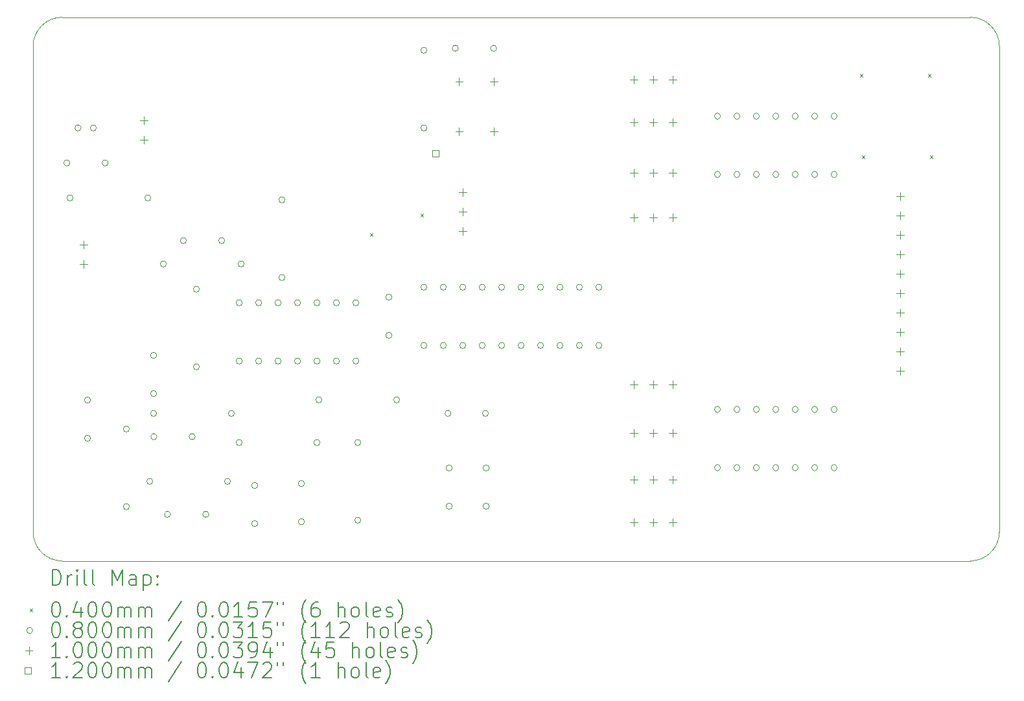
<source format=gbr>
%FSLAX45Y45*%
G04 Gerber Fmt 4.5, Leading zero omitted, Abs format (unit mm)*
G04 Created by KiCad (PCBNEW (6.0.0)) date 2022-01-24 17:50:58*
%MOMM*%
%LPD*%
G01*
G04 APERTURE LIST*
%TA.AperFunction,Profile*%
%ADD10C,0.100000*%
%TD*%
%ADD11C,0.200000*%
%ADD12C,0.040000*%
%ADD13C,0.080000*%
%ADD14C,0.100000*%
%ADD15C,0.120000*%
G04 APERTURE END LIST*
D10*
X11125200Y-12446000D02*
G75*
G03*
X11506200Y-12827000I381000J0D01*
G01*
X23749000Y-12446000D02*
X23749000Y-6096000D01*
X11506200Y-5715000D02*
X23368000Y-5715000D01*
X11506200Y-5715000D02*
G75*
G03*
X11125200Y-6096000I0J-381000D01*
G01*
X23368000Y-12827000D02*
G75*
G03*
X23749000Y-12446000I0J381000D01*
G01*
X11125200Y-6096000D02*
X11125200Y-12446000D01*
X11506200Y-12827000D02*
X23368000Y-12827000D01*
X23749000Y-6096000D02*
G75*
G03*
X23368000Y-5715000I-381000J0D01*
G01*
D11*
D12*
X15524800Y-8539800D02*
X15564800Y-8579800D01*
X15564800Y-8539800D02*
X15524800Y-8579800D01*
X16185200Y-8285800D02*
X16225200Y-8325800D01*
X16225200Y-8285800D02*
X16185200Y-8325800D01*
X21925600Y-6457000D02*
X21965600Y-6497000D01*
X21965600Y-6457000D02*
X21925600Y-6497000D01*
X21951000Y-7523800D02*
X21991000Y-7563800D01*
X21991000Y-7523800D02*
X21951000Y-7563800D01*
X22814600Y-6457000D02*
X22854600Y-6497000D01*
X22854600Y-6457000D02*
X22814600Y-6497000D01*
X22840000Y-7523800D02*
X22880000Y-7563800D01*
X22880000Y-7523800D02*
X22840000Y-7563800D01*
D13*
X11606589Y-7620000D02*
G75*
G03*
X11606589Y-7620000I-40000J0D01*
G01*
X11647300Y-8077200D02*
G75*
G03*
X11647300Y-8077200I-40000J0D01*
G01*
X11752100Y-7162800D02*
G75*
G03*
X11752100Y-7162800I-40000J0D01*
G01*
X11875900Y-10722800D02*
G75*
G03*
X11875900Y-10722800I-40000J0D01*
G01*
X11875900Y-11222800D02*
G75*
G03*
X11875900Y-11222800I-40000J0D01*
G01*
X11952100Y-7162800D02*
G75*
G03*
X11952100Y-7162800I-40000J0D01*
G01*
X12106589Y-7620000D02*
G75*
G03*
X12106589Y-7620000I-40000J0D01*
G01*
X12383900Y-11099800D02*
G75*
G03*
X12383900Y-11099800I-40000J0D01*
G01*
X12383900Y-12115800D02*
G75*
G03*
X12383900Y-12115800I-40000J0D01*
G01*
X12663300Y-8077200D02*
G75*
G03*
X12663300Y-8077200I-40000J0D01*
G01*
X12688700Y-11785600D02*
G75*
G03*
X12688700Y-11785600I-40000J0D01*
G01*
X12739500Y-10138600D02*
G75*
G03*
X12739500Y-10138600I-40000J0D01*
G01*
X12739500Y-10638600D02*
G75*
G03*
X12739500Y-10638600I-40000J0D01*
G01*
X12739500Y-10896600D02*
G75*
G03*
X12739500Y-10896600I-40000J0D01*
G01*
X12743500Y-11201400D02*
G75*
G03*
X12743500Y-11201400I-40000J0D01*
G01*
X12866500Y-8940800D02*
G75*
G03*
X12866500Y-8940800I-40000J0D01*
G01*
X12921300Y-12217400D02*
G75*
G03*
X12921300Y-12217400I-40000J0D01*
G01*
X13128500Y-8636000D02*
G75*
G03*
X13128500Y-8636000I-40000J0D01*
G01*
X13243500Y-11201400D02*
G75*
G03*
X13243500Y-11201400I-40000J0D01*
G01*
X13298300Y-9271000D02*
G75*
G03*
X13298300Y-9271000I-40000J0D01*
G01*
X13298300Y-10287000D02*
G75*
G03*
X13298300Y-10287000I-40000J0D01*
G01*
X13421300Y-12217400D02*
G75*
G03*
X13421300Y-12217400I-40000J0D01*
G01*
X13628500Y-8636000D02*
G75*
G03*
X13628500Y-8636000I-40000J0D01*
G01*
X13704700Y-11785600D02*
G75*
G03*
X13704700Y-11785600I-40000J0D01*
G01*
X13755500Y-10896600D02*
G75*
G03*
X13755500Y-10896600I-40000J0D01*
G01*
X13857100Y-11277600D02*
G75*
G03*
X13857100Y-11277600I-40000J0D01*
G01*
X13857600Y-9449800D02*
G75*
G03*
X13857600Y-9449800I-40000J0D01*
G01*
X13857600Y-10211800D02*
G75*
G03*
X13857600Y-10211800I-40000J0D01*
G01*
X13882500Y-8940800D02*
G75*
G03*
X13882500Y-8940800I-40000J0D01*
G01*
X14060300Y-11840400D02*
G75*
G03*
X14060300Y-11840400I-40000J0D01*
G01*
X14060300Y-12340400D02*
G75*
G03*
X14060300Y-12340400I-40000J0D01*
G01*
X14111600Y-9449800D02*
G75*
G03*
X14111600Y-9449800I-40000J0D01*
G01*
X14111600Y-10211800D02*
G75*
G03*
X14111600Y-10211800I-40000J0D01*
G01*
X14365600Y-9449800D02*
G75*
G03*
X14365600Y-9449800I-40000J0D01*
G01*
X14365600Y-10211800D02*
G75*
G03*
X14365600Y-10211800I-40000J0D01*
G01*
X14415900Y-8102600D02*
G75*
G03*
X14415900Y-8102600I-40000J0D01*
G01*
X14415900Y-9118600D02*
G75*
G03*
X14415900Y-9118600I-40000J0D01*
G01*
X14619600Y-9449800D02*
G75*
G03*
X14619600Y-9449800I-40000J0D01*
G01*
X14619600Y-10211800D02*
G75*
G03*
X14619600Y-10211800I-40000J0D01*
G01*
X14669900Y-11815000D02*
G75*
G03*
X14669900Y-11815000I-40000J0D01*
G01*
X14669900Y-12315000D02*
G75*
G03*
X14669900Y-12315000I-40000J0D01*
G01*
X14873100Y-11277600D02*
G75*
G03*
X14873100Y-11277600I-40000J0D01*
G01*
X14873600Y-9449800D02*
G75*
G03*
X14873600Y-9449800I-40000J0D01*
G01*
X14873600Y-10211800D02*
G75*
G03*
X14873600Y-10211800I-40000J0D01*
G01*
X14898500Y-10718800D02*
G75*
G03*
X14898500Y-10718800I-40000J0D01*
G01*
X15127600Y-9449800D02*
G75*
G03*
X15127600Y-9449800I-40000J0D01*
G01*
X15127600Y-10211800D02*
G75*
G03*
X15127600Y-10211800I-40000J0D01*
G01*
X15381600Y-9449800D02*
G75*
G03*
X15381600Y-9449800I-40000J0D01*
G01*
X15381600Y-10211800D02*
G75*
G03*
X15381600Y-10211800I-40000J0D01*
G01*
X15406500Y-11277600D02*
G75*
G03*
X15406500Y-11277600I-40000J0D01*
G01*
X15406500Y-12293600D02*
G75*
G03*
X15406500Y-12293600I-40000J0D01*
G01*
X15813400Y-9376600D02*
G75*
G03*
X15813400Y-9376600I-40000J0D01*
G01*
X15813400Y-9876600D02*
G75*
G03*
X15813400Y-9876600I-40000J0D01*
G01*
X15914500Y-10718800D02*
G75*
G03*
X15914500Y-10718800I-40000J0D01*
G01*
X16270600Y-6146800D02*
G75*
G03*
X16270600Y-6146800I-40000J0D01*
G01*
X16270600Y-7162800D02*
G75*
G03*
X16270600Y-7162800I-40000J0D01*
G01*
X16270600Y-9245600D02*
G75*
G03*
X16270600Y-9245600I-40000J0D01*
G01*
X16270600Y-10007600D02*
G75*
G03*
X16270600Y-10007600I-40000J0D01*
G01*
X16524600Y-9245600D02*
G75*
G03*
X16524600Y-9245600I-40000J0D01*
G01*
X16524600Y-10007600D02*
G75*
G03*
X16524600Y-10007600I-40000J0D01*
G01*
X16586400Y-10896600D02*
G75*
G03*
X16586400Y-10896600I-40000J0D01*
G01*
X16600800Y-11611800D02*
G75*
G03*
X16600800Y-11611800I-40000J0D01*
G01*
X16600800Y-12111800D02*
G75*
G03*
X16600800Y-12111800I-40000J0D01*
G01*
X16681000Y-6121400D02*
G75*
G03*
X16681000Y-6121400I-40000J0D01*
G01*
X16778600Y-9245600D02*
G75*
G03*
X16778600Y-9245600I-40000J0D01*
G01*
X16778600Y-10007600D02*
G75*
G03*
X16778600Y-10007600I-40000J0D01*
G01*
X17032600Y-9245600D02*
G75*
G03*
X17032600Y-9245600I-40000J0D01*
G01*
X17032600Y-10007600D02*
G75*
G03*
X17032600Y-10007600I-40000J0D01*
G01*
X17074400Y-10896600D02*
G75*
G03*
X17074400Y-10896600I-40000J0D01*
G01*
X17083400Y-11611800D02*
G75*
G03*
X17083400Y-11611800I-40000J0D01*
G01*
X17083400Y-12111800D02*
G75*
G03*
X17083400Y-12111800I-40000J0D01*
G01*
X17181000Y-6121400D02*
G75*
G03*
X17181000Y-6121400I-40000J0D01*
G01*
X17286600Y-9245600D02*
G75*
G03*
X17286600Y-9245600I-40000J0D01*
G01*
X17286600Y-10007600D02*
G75*
G03*
X17286600Y-10007600I-40000J0D01*
G01*
X17540600Y-9245600D02*
G75*
G03*
X17540600Y-9245600I-40000J0D01*
G01*
X17540600Y-10007600D02*
G75*
G03*
X17540600Y-10007600I-40000J0D01*
G01*
X17794600Y-9245600D02*
G75*
G03*
X17794600Y-9245600I-40000J0D01*
G01*
X17794600Y-10007600D02*
G75*
G03*
X17794600Y-10007600I-40000J0D01*
G01*
X18048600Y-9245600D02*
G75*
G03*
X18048600Y-9245600I-40000J0D01*
G01*
X18048600Y-10007600D02*
G75*
G03*
X18048600Y-10007600I-40000J0D01*
G01*
X18302600Y-9245600D02*
G75*
G03*
X18302600Y-9245600I-40000J0D01*
G01*
X18302600Y-10007600D02*
G75*
G03*
X18302600Y-10007600I-40000J0D01*
G01*
X18556600Y-9245600D02*
G75*
G03*
X18556600Y-9245600I-40000J0D01*
G01*
X18556600Y-10007600D02*
G75*
G03*
X18556600Y-10007600I-40000J0D01*
G01*
X20105500Y-7009400D02*
G75*
G03*
X20105500Y-7009400I-40000J0D01*
G01*
X20105500Y-7771400D02*
G75*
G03*
X20105500Y-7771400I-40000J0D01*
G01*
X20105500Y-10844800D02*
G75*
G03*
X20105500Y-10844800I-40000J0D01*
G01*
X20105500Y-11606800D02*
G75*
G03*
X20105500Y-11606800I-40000J0D01*
G01*
X20359500Y-7009400D02*
G75*
G03*
X20359500Y-7009400I-40000J0D01*
G01*
X20359500Y-7771400D02*
G75*
G03*
X20359500Y-7771400I-40000J0D01*
G01*
X20359500Y-10844800D02*
G75*
G03*
X20359500Y-10844800I-40000J0D01*
G01*
X20359500Y-11606800D02*
G75*
G03*
X20359500Y-11606800I-40000J0D01*
G01*
X20613500Y-7009400D02*
G75*
G03*
X20613500Y-7009400I-40000J0D01*
G01*
X20613500Y-7771400D02*
G75*
G03*
X20613500Y-7771400I-40000J0D01*
G01*
X20613500Y-10844800D02*
G75*
G03*
X20613500Y-10844800I-40000J0D01*
G01*
X20613500Y-11606800D02*
G75*
G03*
X20613500Y-11606800I-40000J0D01*
G01*
X20867500Y-7009400D02*
G75*
G03*
X20867500Y-7009400I-40000J0D01*
G01*
X20867500Y-7771400D02*
G75*
G03*
X20867500Y-7771400I-40000J0D01*
G01*
X20867500Y-10844800D02*
G75*
G03*
X20867500Y-10844800I-40000J0D01*
G01*
X20867500Y-11606800D02*
G75*
G03*
X20867500Y-11606800I-40000J0D01*
G01*
X21121500Y-7009400D02*
G75*
G03*
X21121500Y-7009400I-40000J0D01*
G01*
X21121500Y-7771400D02*
G75*
G03*
X21121500Y-7771400I-40000J0D01*
G01*
X21121500Y-10844800D02*
G75*
G03*
X21121500Y-10844800I-40000J0D01*
G01*
X21121500Y-11606800D02*
G75*
G03*
X21121500Y-11606800I-40000J0D01*
G01*
X21375500Y-7009400D02*
G75*
G03*
X21375500Y-7009400I-40000J0D01*
G01*
X21375500Y-7771400D02*
G75*
G03*
X21375500Y-7771400I-40000J0D01*
G01*
X21375500Y-10844800D02*
G75*
G03*
X21375500Y-10844800I-40000J0D01*
G01*
X21375500Y-11606800D02*
G75*
G03*
X21375500Y-11606800I-40000J0D01*
G01*
X21629500Y-7009400D02*
G75*
G03*
X21629500Y-7009400I-40000J0D01*
G01*
X21629500Y-7771400D02*
G75*
G03*
X21629500Y-7771400I-40000J0D01*
G01*
X21629500Y-10844800D02*
G75*
G03*
X21629500Y-10844800I-40000J0D01*
G01*
X21629500Y-11606800D02*
G75*
G03*
X21629500Y-11606800I-40000J0D01*
G01*
D14*
X11785100Y-8637300D02*
X11785100Y-8737300D01*
X11735100Y-8687300D02*
X11835100Y-8687300D01*
X11785100Y-8891300D02*
X11785100Y-8991300D01*
X11735100Y-8941300D02*
X11835100Y-8941300D01*
X12572500Y-7011700D02*
X12572500Y-7111700D01*
X12522500Y-7061700D02*
X12622500Y-7061700D01*
X12572500Y-7265700D02*
X12572500Y-7365700D01*
X12522500Y-7315700D02*
X12622500Y-7315700D01*
X16691400Y-6508400D02*
X16691400Y-6608400D01*
X16641400Y-6558400D02*
X16741400Y-6558400D01*
X16691400Y-7158400D02*
X16691400Y-7258400D01*
X16641400Y-7208400D02*
X16741400Y-7208400D01*
X16738600Y-7951000D02*
X16738600Y-8051000D01*
X16688600Y-8001000D02*
X16788600Y-8001000D01*
X16738600Y-8205000D02*
X16738600Y-8305000D01*
X16688600Y-8255000D02*
X16788600Y-8255000D01*
X16738600Y-8459000D02*
X16738600Y-8559000D01*
X16688600Y-8509000D02*
X16788600Y-8509000D01*
X17141400Y-6508400D02*
X17141400Y-6608400D01*
X17091400Y-6558400D02*
X17191400Y-6558400D01*
X17141400Y-7158400D02*
X17141400Y-7258400D01*
X17091400Y-7208400D02*
X17191400Y-7208400D01*
X18973800Y-10465600D02*
X18973800Y-10565600D01*
X18923800Y-10515600D02*
X19023800Y-10515600D01*
X18975300Y-6477800D02*
X18975300Y-6577800D01*
X18925300Y-6527800D02*
X19025300Y-6527800D01*
X18975300Y-7036600D02*
X18975300Y-7136600D01*
X18925300Y-7086600D02*
X19025300Y-7086600D01*
X18975300Y-7697000D02*
X18975300Y-7797000D01*
X18925300Y-7747000D02*
X19025300Y-7747000D01*
X18975300Y-8281200D02*
X18975300Y-8381200D01*
X18925300Y-8331200D02*
X19025300Y-8331200D01*
X18975300Y-11100600D02*
X18975300Y-11200600D01*
X18925300Y-11150600D02*
X19025300Y-11150600D01*
X18976800Y-11710200D02*
X18976800Y-11810200D01*
X18926800Y-11760200D02*
X19026800Y-11760200D01*
X18976800Y-12269000D02*
X18976800Y-12369000D01*
X18926800Y-12319000D02*
X19026800Y-12319000D01*
X19227800Y-10465600D02*
X19227800Y-10565600D01*
X19177800Y-10515600D02*
X19277800Y-10515600D01*
X19229300Y-6477800D02*
X19229300Y-6577800D01*
X19179300Y-6527800D02*
X19279300Y-6527800D01*
X19229300Y-7036600D02*
X19229300Y-7136600D01*
X19179300Y-7086600D02*
X19279300Y-7086600D01*
X19229300Y-7697000D02*
X19229300Y-7797000D01*
X19179300Y-7747000D02*
X19279300Y-7747000D01*
X19229300Y-8281200D02*
X19229300Y-8381200D01*
X19179300Y-8331200D02*
X19279300Y-8331200D01*
X19229300Y-11100600D02*
X19229300Y-11200600D01*
X19179300Y-11150600D02*
X19279300Y-11150600D01*
X19230800Y-11710200D02*
X19230800Y-11810200D01*
X19180800Y-11760200D02*
X19280800Y-11760200D01*
X19230800Y-12269000D02*
X19230800Y-12369000D01*
X19180800Y-12319000D02*
X19280800Y-12319000D01*
X19481800Y-10465600D02*
X19481800Y-10565600D01*
X19431800Y-10515600D02*
X19531800Y-10515600D01*
X19483300Y-6477800D02*
X19483300Y-6577800D01*
X19433300Y-6527800D02*
X19533300Y-6527800D01*
X19483300Y-7036600D02*
X19483300Y-7136600D01*
X19433300Y-7086600D02*
X19533300Y-7086600D01*
X19483300Y-7697000D02*
X19483300Y-7797000D01*
X19433300Y-7747000D02*
X19533300Y-7747000D01*
X19483300Y-8281200D02*
X19483300Y-8381200D01*
X19433300Y-8331200D02*
X19533300Y-8331200D01*
X19483300Y-11100600D02*
X19483300Y-11200600D01*
X19433300Y-11150600D02*
X19533300Y-11150600D01*
X19484800Y-11710200D02*
X19484800Y-11810200D01*
X19434800Y-11760200D02*
X19534800Y-11760200D01*
X19484800Y-12269000D02*
X19484800Y-12369000D01*
X19434800Y-12319000D02*
X19534800Y-12319000D01*
X22453600Y-8001800D02*
X22453600Y-8101800D01*
X22403600Y-8051800D02*
X22503600Y-8051800D01*
X22453600Y-8255800D02*
X22453600Y-8355800D01*
X22403600Y-8305800D02*
X22503600Y-8305800D01*
X22453600Y-8509800D02*
X22453600Y-8609800D01*
X22403600Y-8559800D02*
X22503600Y-8559800D01*
X22453600Y-8763800D02*
X22453600Y-8863800D01*
X22403600Y-8813800D02*
X22503600Y-8813800D01*
X22453600Y-9017800D02*
X22453600Y-9117800D01*
X22403600Y-9067800D02*
X22503600Y-9067800D01*
X22453600Y-9271800D02*
X22453600Y-9371800D01*
X22403600Y-9321800D02*
X22503600Y-9321800D01*
X22453600Y-9525800D02*
X22453600Y-9625800D01*
X22403600Y-9575800D02*
X22503600Y-9575800D01*
X22453600Y-9779800D02*
X22453600Y-9879800D01*
X22403600Y-9829800D02*
X22503600Y-9829800D01*
X22453600Y-10033800D02*
X22453600Y-10133800D01*
X22403600Y-10083800D02*
X22503600Y-10083800D01*
X22453600Y-10287800D02*
X22453600Y-10387800D01*
X22403600Y-10337800D02*
X22503600Y-10337800D01*
D15*
X16425427Y-7535427D02*
X16425427Y-7450573D01*
X16340573Y-7450573D01*
X16340573Y-7535427D01*
X16425427Y-7535427D01*
D11*
X11377819Y-13142476D02*
X11377819Y-12942476D01*
X11425438Y-12942476D01*
X11454009Y-12952000D01*
X11473057Y-12971048D01*
X11482581Y-12990095D01*
X11492105Y-13028190D01*
X11492105Y-13056762D01*
X11482581Y-13094857D01*
X11473057Y-13113905D01*
X11454009Y-13132952D01*
X11425438Y-13142476D01*
X11377819Y-13142476D01*
X11577819Y-13142476D02*
X11577819Y-13009143D01*
X11577819Y-13047238D02*
X11587343Y-13028190D01*
X11596867Y-13018667D01*
X11615914Y-13009143D01*
X11634962Y-13009143D01*
X11701628Y-13142476D02*
X11701628Y-13009143D01*
X11701628Y-12942476D02*
X11692105Y-12952000D01*
X11701628Y-12961524D01*
X11711152Y-12952000D01*
X11701628Y-12942476D01*
X11701628Y-12961524D01*
X11825438Y-13142476D02*
X11806390Y-13132952D01*
X11796867Y-13113905D01*
X11796867Y-12942476D01*
X11930200Y-13142476D02*
X11911152Y-13132952D01*
X11901628Y-13113905D01*
X11901628Y-12942476D01*
X12158771Y-13142476D02*
X12158771Y-12942476D01*
X12225438Y-13085333D01*
X12292105Y-12942476D01*
X12292105Y-13142476D01*
X12473057Y-13142476D02*
X12473057Y-13037714D01*
X12463533Y-13018667D01*
X12444486Y-13009143D01*
X12406390Y-13009143D01*
X12387343Y-13018667D01*
X12473057Y-13132952D02*
X12454009Y-13142476D01*
X12406390Y-13142476D01*
X12387343Y-13132952D01*
X12377819Y-13113905D01*
X12377819Y-13094857D01*
X12387343Y-13075809D01*
X12406390Y-13066286D01*
X12454009Y-13066286D01*
X12473057Y-13056762D01*
X12568295Y-13009143D02*
X12568295Y-13209143D01*
X12568295Y-13018667D02*
X12587343Y-13009143D01*
X12625438Y-13009143D01*
X12644486Y-13018667D01*
X12654009Y-13028190D01*
X12663533Y-13047238D01*
X12663533Y-13104381D01*
X12654009Y-13123428D01*
X12644486Y-13132952D01*
X12625438Y-13142476D01*
X12587343Y-13142476D01*
X12568295Y-13132952D01*
X12749248Y-13123428D02*
X12758771Y-13132952D01*
X12749248Y-13142476D01*
X12739724Y-13132952D01*
X12749248Y-13123428D01*
X12749248Y-13142476D01*
X12749248Y-13018667D02*
X12758771Y-13028190D01*
X12749248Y-13037714D01*
X12739724Y-13028190D01*
X12749248Y-13018667D01*
X12749248Y-13037714D01*
D12*
X11080200Y-13452000D02*
X11120200Y-13492000D01*
X11120200Y-13452000D02*
X11080200Y-13492000D01*
D11*
X11415914Y-13362476D02*
X11434962Y-13362476D01*
X11454009Y-13372000D01*
X11463533Y-13381524D01*
X11473057Y-13400571D01*
X11482581Y-13438667D01*
X11482581Y-13486286D01*
X11473057Y-13524381D01*
X11463533Y-13543428D01*
X11454009Y-13552952D01*
X11434962Y-13562476D01*
X11415914Y-13562476D01*
X11396867Y-13552952D01*
X11387343Y-13543428D01*
X11377819Y-13524381D01*
X11368295Y-13486286D01*
X11368295Y-13438667D01*
X11377819Y-13400571D01*
X11387343Y-13381524D01*
X11396867Y-13372000D01*
X11415914Y-13362476D01*
X11568295Y-13543428D02*
X11577819Y-13552952D01*
X11568295Y-13562476D01*
X11558771Y-13552952D01*
X11568295Y-13543428D01*
X11568295Y-13562476D01*
X11749248Y-13429143D02*
X11749248Y-13562476D01*
X11701628Y-13352952D02*
X11654009Y-13495809D01*
X11777819Y-13495809D01*
X11892105Y-13362476D02*
X11911152Y-13362476D01*
X11930200Y-13372000D01*
X11939724Y-13381524D01*
X11949248Y-13400571D01*
X11958771Y-13438667D01*
X11958771Y-13486286D01*
X11949248Y-13524381D01*
X11939724Y-13543428D01*
X11930200Y-13552952D01*
X11911152Y-13562476D01*
X11892105Y-13562476D01*
X11873057Y-13552952D01*
X11863533Y-13543428D01*
X11854009Y-13524381D01*
X11844486Y-13486286D01*
X11844486Y-13438667D01*
X11854009Y-13400571D01*
X11863533Y-13381524D01*
X11873057Y-13372000D01*
X11892105Y-13362476D01*
X12082581Y-13362476D02*
X12101628Y-13362476D01*
X12120676Y-13372000D01*
X12130200Y-13381524D01*
X12139724Y-13400571D01*
X12149248Y-13438667D01*
X12149248Y-13486286D01*
X12139724Y-13524381D01*
X12130200Y-13543428D01*
X12120676Y-13552952D01*
X12101628Y-13562476D01*
X12082581Y-13562476D01*
X12063533Y-13552952D01*
X12054009Y-13543428D01*
X12044486Y-13524381D01*
X12034962Y-13486286D01*
X12034962Y-13438667D01*
X12044486Y-13400571D01*
X12054009Y-13381524D01*
X12063533Y-13372000D01*
X12082581Y-13362476D01*
X12234962Y-13562476D02*
X12234962Y-13429143D01*
X12234962Y-13448190D02*
X12244486Y-13438667D01*
X12263533Y-13429143D01*
X12292105Y-13429143D01*
X12311152Y-13438667D01*
X12320676Y-13457714D01*
X12320676Y-13562476D01*
X12320676Y-13457714D02*
X12330200Y-13438667D01*
X12349248Y-13429143D01*
X12377819Y-13429143D01*
X12396867Y-13438667D01*
X12406390Y-13457714D01*
X12406390Y-13562476D01*
X12501628Y-13562476D02*
X12501628Y-13429143D01*
X12501628Y-13448190D02*
X12511152Y-13438667D01*
X12530200Y-13429143D01*
X12558771Y-13429143D01*
X12577819Y-13438667D01*
X12587343Y-13457714D01*
X12587343Y-13562476D01*
X12587343Y-13457714D02*
X12596867Y-13438667D01*
X12615914Y-13429143D01*
X12644486Y-13429143D01*
X12663533Y-13438667D01*
X12673057Y-13457714D01*
X12673057Y-13562476D01*
X13063533Y-13352952D02*
X12892105Y-13610095D01*
X13320676Y-13362476D02*
X13339724Y-13362476D01*
X13358771Y-13372000D01*
X13368295Y-13381524D01*
X13377819Y-13400571D01*
X13387343Y-13438667D01*
X13387343Y-13486286D01*
X13377819Y-13524381D01*
X13368295Y-13543428D01*
X13358771Y-13552952D01*
X13339724Y-13562476D01*
X13320676Y-13562476D01*
X13301628Y-13552952D01*
X13292105Y-13543428D01*
X13282581Y-13524381D01*
X13273057Y-13486286D01*
X13273057Y-13438667D01*
X13282581Y-13400571D01*
X13292105Y-13381524D01*
X13301628Y-13372000D01*
X13320676Y-13362476D01*
X13473057Y-13543428D02*
X13482581Y-13552952D01*
X13473057Y-13562476D01*
X13463533Y-13552952D01*
X13473057Y-13543428D01*
X13473057Y-13562476D01*
X13606390Y-13362476D02*
X13625438Y-13362476D01*
X13644486Y-13372000D01*
X13654009Y-13381524D01*
X13663533Y-13400571D01*
X13673057Y-13438667D01*
X13673057Y-13486286D01*
X13663533Y-13524381D01*
X13654009Y-13543428D01*
X13644486Y-13552952D01*
X13625438Y-13562476D01*
X13606390Y-13562476D01*
X13587343Y-13552952D01*
X13577819Y-13543428D01*
X13568295Y-13524381D01*
X13558771Y-13486286D01*
X13558771Y-13438667D01*
X13568295Y-13400571D01*
X13577819Y-13381524D01*
X13587343Y-13372000D01*
X13606390Y-13362476D01*
X13863533Y-13562476D02*
X13749248Y-13562476D01*
X13806390Y-13562476D02*
X13806390Y-13362476D01*
X13787343Y-13391048D01*
X13768295Y-13410095D01*
X13749248Y-13419619D01*
X14044486Y-13362476D02*
X13949248Y-13362476D01*
X13939724Y-13457714D01*
X13949248Y-13448190D01*
X13968295Y-13438667D01*
X14015914Y-13438667D01*
X14034962Y-13448190D01*
X14044486Y-13457714D01*
X14054009Y-13476762D01*
X14054009Y-13524381D01*
X14044486Y-13543428D01*
X14034962Y-13552952D01*
X14015914Y-13562476D01*
X13968295Y-13562476D01*
X13949248Y-13552952D01*
X13939724Y-13543428D01*
X14120676Y-13362476D02*
X14254009Y-13362476D01*
X14168295Y-13562476D01*
X14320676Y-13362476D02*
X14320676Y-13400571D01*
X14396867Y-13362476D02*
X14396867Y-13400571D01*
X14692105Y-13638667D02*
X14682581Y-13629143D01*
X14663533Y-13600571D01*
X14654009Y-13581524D01*
X14644486Y-13552952D01*
X14634962Y-13505333D01*
X14634962Y-13467238D01*
X14644486Y-13419619D01*
X14654009Y-13391048D01*
X14663533Y-13372000D01*
X14682581Y-13343428D01*
X14692105Y-13333905D01*
X14854009Y-13362476D02*
X14815914Y-13362476D01*
X14796867Y-13372000D01*
X14787343Y-13381524D01*
X14768295Y-13410095D01*
X14758771Y-13448190D01*
X14758771Y-13524381D01*
X14768295Y-13543428D01*
X14777819Y-13552952D01*
X14796867Y-13562476D01*
X14834962Y-13562476D01*
X14854009Y-13552952D01*
X14863533Y-13543428D01*
X14873057Y-13524381D01*
X14873057Y-13476762D01*
X14863533Y-13457714D01*
X14854009Y-13448190D01*
X14834962Y-13438667D01*
X14796867Y-13438667D01*
X14777819Y-13448190D01*
X14768295Y-13457714D01*
X14758771Y-13476762D01*
X15111152Y-13562476D02*
X15111152Y-13362476D01*
X15196867Y-13562476D02*
X15196867Y-13457714D01*
X15187343Y-13438667D01*
X15168295Y-13429143D01*
X15139724Y-13429143D01*
X15120676Y-13438667D01*
X15111152Y-13448190D01*
X15320676Y-13562476D02*
X15301628Y-13552952D01*
X15292105Y-13543428D01*
X15282581Y-13524381D01*
X15282581Y-13467238D01*
X15292105Y-13448190D01*
X15301628Y-13438667D01*
X15320676Y-13429143D01*
X15349248Y-13429143D01*
X15368295Y-13438667D01*
X15377819Y-13448190D01*
X15387343Y-13467238D01*
X15387343Y-13524381D01*
X15377819Y-13543428D01*
X15368295Y-13552952D01*
X15349248Y-13562476D01*
X15320676Y-13562476D01*
X15501628Y-13562476D02*
X15482581Y-13552952D01*
X15473057Y-13533905D01*
X15473057Y-13362476D01*
X15654009Y-13552952D02*
X15634962Y-13562476D01*
X15596867Y-13562476D01*
X15577819Y-13552952D01*
X15568295Y-13533905D01*
X15568295Y-13457714D01*
X15577819Y-13438667D01*
X15596867Y-13429143D01*
X15634962Y-13429143D01*
X15654009Y-13438667D01*
X15663533Y-13457714D01*
X15663533Y-13476762D01*
X15568295Y-13495809D01*
X15739724Y-13552952D02*
X15758771Y-13562476D01*
X15796867Y-13562476D01*
X15815914Y-13552952D01*
X15825438Y-13533905D01*
X15825438Y-13524381D01*
X15815914Y-13505333D01*
X15796867Y-13495809D01*
X15768295Y-13495809D01*
X15749248Y-13486286D01*
X15739724Y-13467238D01*
X15739724Y-13457714D01*
X15749248Y-13438667D01*
X15768295Y-13429143D01*
X15796867Y-13429143D01*
X15815914Y-13438667D01*
X15892105Y-13638667D02*
X15901628Y-13629143D01*
X15920676Y-13600571D01*
X15930200Y-13581524D01*
X15939724Y-13552952D01*
X15949248Y-13505333D01*
X15949248Y-13467238D01*
X15939724Y-13419619D01*
X15930200Y-13391048D01*
X15920676Y-13372000D01*
X15901628Y-13343428D01*
X15892105Y-13333905D01*
D13*
X11120200Y-13736000D02*
G75*
G03*
X11120200Y-13736000I-40000J0D01*
G01*
D11*
X11415914Y-13626476D02*
X11434962Y-13626476D01*
X11454009Y-13636000D01*
X11463533Y-13645524D01*
X11473057Y-13664571D01*
X11482581Y-13702667D01*
X11482581Y-13750286D01*
X11473057Y-13788381D01*
X11463533Y-13807428D01*
X11454009Y-13816952D01*
X11434962Y-13826476D01*
X11415914Y-13826476D01*
X11396867Y-13816952D01*
X11387343Y-13807428D01*
X11377819Y-13788381D01*
X11368295Y-13750286D01*
X11368295Y-13702667D01*
X11377819Y-13664571D01*
X11387343Y-13645524D01*
X11396867Y-13636000D01*
X11415914Y-13626476D01*
X11568295Y-13807428D02*
X11577819Y-13816952D01*
X11568295Y-13826476D01*
X11558771Y-13816952D01*
X11568295Y-13807428D01*
X11568295Y-13826476D01*
X11692105Y-13712190D02*
X11673057Y-13702667D01*
X11663533Y-13693143D01*
X11654009Y-13674095D01*
X11654009Y-13664571D01*
X11663533Y-13645524D01*
X11673057Y-13636000D01*
X11692105Y-13626476D01*
X11730200Y-13626476D01*
X11749248Y-13636000D01*
X11758771Y-13645524D01*
X11768295Y-13664571D01*
X11768295Y-13674095D01*
X11758771Y-13693143D01*
X11749248Y-13702667D01*
X11730200Y-13712190D01*
X11692105Y-13712190D01*
X11673057Y-13721714D01*
X11663533Y-13731238D01*
X11654009Y-13750286D01*
X11654009Y-13788381D01*
X11663533Y-13807428D01*
X11673057Y-13816952D01*
X11692105Y-13826476D01*
X11730200Y-13826476D01*
X11749248Y-13816952D01*
X11758771Y-13807428D01*
X11768295Y-13788381D01*
X11768295Y-13750286D01*
X11758771Y-13731238D01*
X11749248Y-13721714D01*
X11730200Y-13712190D01*
X11892105Y-13626476D02*
X11911152Y-13626476D01*
X11930200Y-13636000D01*
X11939724Y-13645524D01*
X11949248Y-13664571D01*
X11958771Y-13702667D01*
X11958771Y-13750286D01*
X11949248Y-13788381D01*
X11939724Y-13807428D01*
X11930200Y-13816952D01*
X11911152Y-13826476D01*
X11892105Y-13826476D01*
X11873057Y-13816952D01*
X11863533Y-13807428D01*
X11854009Y-13788381D01*
X11844486Y-13750286D01*
X11844486Y-13702667D01*
X11854009Y-13664571D01*
X11863533Y-13645524D01*
X11873057Y-13636000D01*
X11892105Y-13626476D01*
X12082581Y-13626476D02*
X12101628Y-13626476D01*
X12120676Y-13636000D01*
X12130200Y-13645524D01*
X12139724Y-13664571D01*
X12149248Y-13702667D01*
X12149248Y-13750286D01*
X12139724Y-13788381D01*
X12130200Y-13807428D01*
X12120676Y-13816952D01*
X12101628Y-13826476D01*
X12082581Y-13826476D01*
X12063533Y-13816952D01*
X12054009Y-13807428D01*
X12044486Y-13788381D01*
X12034962Y-13750286D01*
X12034962Y-13702667D01*
X12044486Y-13664571D01*
X12054009Y-13645524D01*
X12063533Y-13636000D01*
X12082581Y-13626476D01*
X12234962Y-13826476D02*
X12234962Y-13693143D01*
X12234962Y-13712190D02*
X12244486Y-13702667D01*
X12263533Y-13693143D01*
X12292105Y-13693143D01*
X12311152Y-13702667D01*
X12320676Y-13721714D01*
X12320676Y-13826476D01*
X12320676Y-13721714D02*
X12330200Y-13702667D01*
X12349248Y-13693143D01*
X12377819Y-13693143D01*
X12396867Y-13702667D01*
X12406390Y-13721714D01*
X12406390Y-13826476D01*
X12501628Y-13826476D02*
X12501628Y-13693143D01*
X12501628Y-13712190D02*
X12511152Y-13702667D01*
X12530200Y-13693143D01*
X12558771Y-13693143D01*
X12577819Y-13702667D01*
X12587343Y-13721714D01*
X12587343Y-13826476D01*
X12587343Y-13721714D02*
X12596867Y-13702667D01*
X12615914Y-13693143D01*
X12644486Y-13693143D01*
X12663533Y-13702667D01*
X12673057Y-13721714D01*
X12673057Y-13826476D01*
X13063533Y-13616952D02*
X12892105Y-13874095D01*
X13320676Y-13626476D02*
X13339724Y-13626476D01*
X13358771Y-13636000D01*
X13368295Y-13645524D01*
X13377819Y-13664571D01*
X13387343Y-13702667D01*
X13387343Y-13750286D01*
X13377819Y-13788381D01*
X13368295Y-13807428D01*
X13358771Y-13816952D01*
X13339724Y-13826476D01*
X13320676Y-13826476D01*
X13301628Y-13816952D01*
X13292105Y-13807428D01*
X13282581Y-13788381D01*
X13273057Y-13750286D01*
X13273057Y-13702667D01*
X13282581Y-13664571D01*
X13292105Y-13645524D01*
X13301628Y-13636000D01*
X13320676Y-13626476D01*
X13473057Y-13807428D02*
X13482581Y-13816952D01*
X13473057Y-13826476D01*
X13463533Y-13816952D01*
X13473057Y-13807428D01*
X13473057Y-13826476D01*
X13606390Y-13626476D02*
X13625438Y-13626476D01*
X13644486Y-13636000D01*
X13654009Y-13645524D01*
X13663533Y-13664571D01*
X13673057Y-13702667D01*
X13673057Y-13750286D01*
X13663533Y-13788381D01*
X13654009Y-13807428D01*
X13644486Y-13816952D01*
X13625438Y-13826476D01*
X13606390Y-13826476D01*
X13587343Y-13816952D01*
X13577819Y-13807428D01*
X13568295Y-13788381D01*
X13558771Y-13750286D01*
X13558771Y-13702667D01*
X13568295Y-13664571D01*
X13577819Y-13645524D01*
X13587343Y-13636000D01*
X13606390Y-13626476D01*
X13739724Y-13626476D02*
X13863533Y-13626476D01*
X13796867Y-13702667D01*
X13825438Y-13702667D01*
X13844486Y-13712190D01*
X13854009Y-13721714D01*
X13863533Y-13740762D01*
X13863533Y-13788381D01*
X13854009Y-13807428D01*
X13844486Y-13816952D01*
X13825438Y-13826476D01*
X13768295Y-13826476D01*
X13749248Y-13816952D01*
X13739724Y-13807428D01*
X14054009Y-13826476D02*
X13939724Y-13826476D01*
X13996867Y-13826476D02*
X13996867Y-13626476D01*
X13977819Y-13655048D01*
X13958771Y-13674095D01*
X13939724Y-13683619D01*
X14234962Y-13626476D02*
X14139724Y-13626476D01*
X14130200Y-13721714D01*
X14139724Y-13712190D01*
X14158771Y-13702667D01*
X14206390Y-13702667D01*
X14225438Y-13712190D01*
X14234962Y-13721714D01*
X14244486Y-13740762D01*
X14244486Y-13788381D01*
X14234962Y-13807428D01*
X14225438Y-13816952D01*
X14206390Y-13826476D01*
X14158771Y-13826476D01*
X14139724Y-13816952D01*
X14130200Y-13807428D01*
X14320676Y-13626476D02*
X14320676Y-13664571D01*
X14396867Y-13626476D02*
X14396867Y-13664571D01*
X14692105Y-13902667D02*
X14682581Y-13893143D01*
X14663533Y-13864571D01*
X14654009Y-13845524D01*
X14644486Y-13816952D01*
X14634962Y-13769333D01*
X14634962Y-13731238D01*
X14644486Y-13683619D01*
X14654009Y-13655048D01*
X14663533Y-13636000D01*
X14682581Y-13607428D01*
X14692105Y-13597905D01*
X14873057Y-13826476D02*
X14758771Y-13826476D01*
X14815914Y-13826476D02*
X14815914Y-13626476D01*
X14796867Y-13655048D01*
X14777819Y-13674095D01*
X14758771Y-13683619D01*
X15063533Y-13826476D02*
X14949248Y-13826476D01*
X15006390Y-13826476D02*
X15006390Y-13626476D01*
X14987343Y-13655048D01*
X14968295Y-13674095D01*
X14949248Y-13683619D01*
X15139724Y-13645524D02*
X15149248Y-13636000D01*
X15168295Y-13626476D01*
X15215914Y-13626476D01*
X15234962Y-13636000D01*
X15244486Y-13645524D01*
X15254009Y-13664571D01*
X15254009Y-13683619D01*
X15244486Y-13712190D01*
X15130200Y-13826476D01*
X15254009Y-13826476D01*
X15492105Y-13826476D02*
X15492105Y-13626476D01*
X15577819Y-13826476D02*
X15577819Y-13721714D01*
X15568295Y-13702667D01*
X15549248Y-13693143D01*
X15520676Y-13693143D01*
X15501628Y-13702667D01*
X15492105Y-13712190D01*
X15701628Y-13826476D02*
X15682581Y-13816952D01*
X15673057Y-13807428D01*
X15663533Y-13788381D01*
X15663533Y-13731238D01*
X15673057Y-13712190D01*
X15682581Y-13702667D01*
X15701628Y-13693143D01*
X15730200Y-13693143D01*
X15749248Y-13702667D01*
X15758771Y-13712190D01*
X15768295Y-13731238D01*
X15768295Y-13788381D01*
X15758771Y-13807428D01*
X15749248Y-13816952D01*
X15730200Y-13826476D01*
X15701628Y-13826476D01*
X15882581Y-13826476D02*
X15863533Y-13816952D01*
X15854009Y-13797905D01*
X15854009Y-13626476D01*
X16034962Y-13816952D02*
X16015914Y-13826476D01*
X15977819Y-13826476D01*
X15958771Y-13816952D01*
X15949248Y-13797905D01*
X15949248Y-13721714D01*
X15958771Y-13702667D01*
X15977819Y-13693143D01*
X16015914Y-13693143D01*
X16034962Y-13702667D01*
X16044486Y-13721714D01*
X16044486Y-13740762D01*
X15949248Y-13759809D01*
X16120676Y-13816952D02*
X16139724Y-13826476D01*
X16177819Y-13826476D01*
X16196867Y-13816952D01*
X16206390Y-13797905D01*
X16206390Y-13788381D01*
X16196867Y-13769333D01*
X16177819Y-13759809D01*
X16149248Y-13759809D01*
X16130200Y-13750286D01*
X16120676Y-13731238D01*
X16120676Y-13721714D01*
X16130200Y-13702667D01*
X16149248Y-13693143D01*
X16177819Y-13693143D01*
X16196867Y-13702667D01*
X16273057Y-13902667D02*
X16282581Y-13893143D01*
X16301628Y-13864571D01*
X16311152Y-13845524D01*
X16320676Y-13816952D01*
X16330200Y-13769333D01*
X16330200Y-13731238D01*
X16320676Y-13683619D01*
X16311152Y-13655048D01*
X16301628Y-13636000D01*
X16282581Y-13607428D01*
X16273057Y-13597905D01*
D14*
X11070200Y-13950000D02*
X11070200Y-14050000D01*
X11020200Y-14000000D02*
X11120200Y-14000000D01*
D11*
X11482581Y-14090476D02*
X11368295Y-14090476D01*
X11425438Y-14090476D02*
X11425438Y-13890476D01*
X11406390Y-13919048D01*
X11387343Y-13938095D01*
X11368295Y-13947619D01*
X11568295Y-14071428D02*
X11577819Y-14080952D01*
X11568295Y-14090476D01*
X11558771Y-14080952D01*
X11568295Y-14071428D01*
X11568295Y-14090476D01*
X11701628Y-13890476D02*
X11720676Y-13890476D01*
X11739724Y-13900000D01*
X11749248Y-13909524D01*
X11758771Y-13928571D01*
X11768295Y-13966667D01*
X11768295Y-14014286D01*
X11758771Y-14052381D01*
X11749248Y-14071428D01*
X11739724Y-14080952D01*
X11720676Y-14090476D01*
X11701628Y-14090476D01*
X11682581Y-14080952D01*
X11673057Y-14071428D01*
X11663533Y-14052381D01*
X11654009Y-14014286D01*
X11654009Y-13966667D01*
X11663533Y-13928571D01*
X11673057Y-13909524D01*
X11682581Y-13900000D01*
X11701628Y-13890476D01*
X11892105Y-13890476D02*
X11911152Y-13890476D01*
X11930200Y-13900000D01*
X11939724Y-13909524D01*
X11949248Y-13928571D01*
X11958771Y-13966667D01*
X11958771Y-14014286D01*
X11949248Y-14052381D01*
X11939724Y-14071428D01*
X11930200Y-14080952D01*
X11911152Y-14090476D01*
X11892105Y-14090476D01*
X11873057Y-14080952D01*
X11863533Y-14071428D01*
X11854009Y-14052381D01*
X11844486Y-14014286D01*
X11844486Y-13966667D01*
X11854009Y-13928571D01*
X11863533Y-13909524D01*
X11873057Y-13900000D01*
X11892105Y-13890476D01*
X12082581Y-13890476D02*
X12101628Y-13890476D01*
X12120676Y-13900000D01*
X12130200Y-13909524D01*
X12139724Y-13928571D01*
X12149248Y-13966667D01*
X12149248Y-14014286D01*
X12139724Y-14052381D01*
X12130200Y-14071428D01*
X12120676Y-14080952D01*
X12101628Y-14090476D01*
X12082581Y-14090476D01*
X12063533Y-14080952D01*
X12054009Y-14071428D01*
X12044486Y-14052381D01*
X12034962Y-14014286D01*
X12034962Y-13966667D01*
X12044486Y-13928571D01*
X12054009Y-13909524D01*
X12063533Y-13900000D01*
X12082581Y-13890476D01*
X12234962Y-14090476D02*
X12234962Y-13957143D01*
X12234962Y-13976190D02*
X12244486Y-13966667D01*
X12263533Y-13957143D01*
X12292105Y-13957143D01*
X12311152Y-13966667D01*
X12320676Y-13985714D01*
X12320676Y-14090476D01*
X12320676Y-13985714D02*
X12330200Y-13966667D01*
X12349248Y-13957143D01*
X12377819Y-13957143D01*
X12396867Y-13966667D01*
X12406390Y-13985714D01*
X12406390Y-14090476D01*
X12501628Y-14090476D02*
X12501628Y-13957143D01*
X12501628Y-13976190D02*
X12511152Y-13966667D01*
X12530200Y-13957143D01*
X12558771Y-13957143D01*
X12577819Y-13966667D01*
X12587343Y-13985714D01*
X12587343Y-14090476D01*
X12587343Y-13985714D02*
X12596867Y-13966667D01*
X12615914Y-13957143D01*
X12644486Y-13957143D01*
X12663533Y-13966667D01*
X12673057Y-13985714D01*
X12673057Y-14090476D01*
X13063533Y-13880952D02*
X12892105Y-14138095D01*
X13320676Y-13890476D02*
X13339724Y-13890476D01*
X13358771Y-13900000D01*
X13368295Y-13909524D01*
X13377819Y-13928571D01*
X13387343Y-13966667D01*
X13387343Y-14014286D01*
X13377819Y-14052381D01*
X13368295Y-14071428D01*
X13358771Y-14080952D01*
X13339724Y-14090476D01*
X13320676Y-14090476D01*
X13301628Y-14080952D01*
X13292105Y-14071428D01*
X13282581Y-14052381D01*
X13273057Y-14014286D01*
X13273057Y-13966667D01*
X13282581Y-13928571D01*
X13292105Y-13909524D01*
X13301628Y-13900000D01*
X13320676Y-13890476D01*
X13473057Y-14071428D02*
X13482581Y-14080952D01*
X13473057Y-14090476D01*
X13463533Y-14080952D01*
X13473057Y-14071428D01*
X13473057Y-14090476D01*
X13606390Y-13890476D02*
X13625438Y-13890476D01*
X13644486Y-13900000D01*
X13654009Y-13909524D01*
X13663533Y-13928571D01*
X13673057Y-13966667D01*
X13673057Y-14014286D01*
X13663533Y-14052381D01*
X13654009Y-14071428D01*
X13644486Y-14080952D01*
X13625438Y-14090476D01*
X13606390Y-14090476D01*
X13587343Y-14080952D01*
X13577819Y-14071428D01*
X13568295Y-14052381D01*
X13558771Y-14014286D01*
X13558771Y-13966667D01*
X13568295Y-13928571D01*
X13577819Y-13909524D01*
X13587343Y-13900000D01*
X13606390Y-13890476D01*
X13739724Y-13890476D02*
X13863533Y-13890476D01*
X13796867Y-13966667D01*
X13825438Y-13966667D01*
X13844486Y-13976190D01*
X13854009Y-13985714D01*
X13863533Y-14004762D01*
X13863533Y-14052381D01*
X13854009Y-14071428D01*
X13844486Y-14080952D01*
X13825438Y-14090476D01*
X13768295Y-14090476D01*
X13749248Y-14080952D01*
X13739724Y-14071428D01*
X13958771Y-14090476D02*
X13996867Y-14090476D01*
X14015914Y-14080952D01*
X14025438Y-14071428D01*
X14044486Y-14042857D01*
X14054009Y-14004762D01*
X14054009Y-13928571D01*
X14044486Y-13909524D01*
X14034962Y-13900000D01*
X14015914Y-13890476D01*
X13977819Y-13890476D01*
X13958771Y-13900000D01*
X13949248Y-13909524D01*
X13939724Y-13928571D01*
X13939724Y-13976190D01*
X13949248Y-13995238D01*
X13958771Y-14004762D01*
X13977819Y-14014286D01*
X14015914Y-14014286D01*
X14034962Y-14004762D01*
X14044486Y-13995238D01*
X14054009Y-13976190D01*
X14225438Y-13957143D02*
X14225438Y-14090476D01*
X14177819Y-13880952D02*
X14130200Y-14023809D01*
X14254009Y-14023809D01*
X14320676Y-13890476D02*
X14320676Y-13928571D01*
X14396867Y-13890476D02*
X14396867Y-13928571D01*
X14692105Y-14166667D02*
X14682581Y-14157143D01*
X14663533Y-14128571D01*
X14654009Y-14109524D01*
X14644486Y-14080952D01*
X14634962Y-14033333D01*
X14634962Y-13995238D01*
X14644486Y-13947619D01*
X14654009Y-13919048D01*
X14663533Y-13900000D01*
X14682581Y-13871428D01*
X14692105Y-13861905D01*
X14854009Y-13957143D02*
X14854009Y-14090476D01*
X14806390Y-13880952D02*
X14758771Y-14023809D01*
X14882581Y-14023809D01*
X15054009Y-13890476D02*
X14958771Y-13890476D01*
X14949248Y-13985714D01*
X14958771Y-13976190D01*
X14977819Y-13966667D01*
X15025438Y-13966667D01*
X15044486Y-13976190D01*
X15054009Y-13985714D01*
X15063533Y-14004762D01*
X15063533Y-14052381D01*
X15054009Y-14071428D01*
X15044486Y-14080952D01*
X15025438Y-14090476D01*
X14977819Y-14090476D01*
X14958771Y-14080952D01*
X14949248Y-14071428D01*
X15301628Y-14090476D02*
X15301628Y-13890476D01*
X15387343Y-14090476D02*
X15387343Y-13985714D01*
X15377819Y-13966667D01*
X15358771Y-13957143D01*
X15330200Y-13957143D01*
X15311152Y-13966667D01*
X15301628Y-13976190D01*
X15511152Y-14090476D02*
X15492105Y-14080952D01*
X15482581Y-14071428D01*
X15473057Y-14052381D01*
X15473057Y-13995238D01*
X15482581Y-13976190D01*
X15492105Y-13966667D01*
X15511152Y-13957143D01*
X15539724Y-13957143D01*
X15558771Y-13966667D01*
X15568295Y-13976190D01*
X15577819Y-13995238D01*
X15577819Y-14052381D01*
X15568295Y-14071428D01*
X15558771Y-14080952D01*
X15539724Y-14090476D01*
X15511152Y-14090476D01*
X15692105Y-14090476D02*
X15673057Y-14080952D01*
X15663533Y-14061905D01*
X15663533Y-13890476D01*
X15844486Y-14080952D02*
X15825438Y-14090476D01*
X15787343Y-14090476D01*
X15768295Y-14080952D01*
X15758771Y-14061905D01*
X15758771Y-13985714D01*
X15768295Y-13966667D01*
X15787343Y-13957143D01*
X15825438Y-13957143D01*
X15844486Y-13966667D01*
X15854009Y-13985714D01*
X15854009Y-14004762D01*
X15758771Y-14023809D01*
X15930200Y-14080952D02*
X15949248Y-14090476D01*
X15987343Y-14090476D01*
X16006390Y-14080952D01*
X16015914Y-14061905D01*
X16015914Y-14052381D01*
X16006390Y-14033333D01*
X15987343Y-14023809D01*
X15958771Y-14023809D01*
X15939724Y-14014286D01*
X15930200Y-13995238D01*
X15930200Y-13985714D01*
X15939724Y-13966667D01*
X15958771Y-13957143D01*
X15987343Y-13957143D01*
X16006390Y-13966667D01*
X16082581Y-14166667D02*
X16092105Y-14157143D01*
X16111152Y-14128571D01*
X16120676Y-14109524D01*
X16130200Y-14080952D01*
X16139724Y-14033333D01*
X16139724Y-13995238D01*
X16130200Y-13947619D01*
X16120676Y-13919048D01*
X16111152Y-13900000D01*
X16092105Y-13871428D01*
X16082581Y-13861905D01*
D15*
X11102627Y-14306427D02*
X11102627Y-14221573D01*
X11017773Y-14221573D01*
X11017773Y-14306427D01*
X11102627Y-14306427D01*
D11*
X11482581Y-14354476D02*
X11368295Y-14354476D01*
X11425438Y-14354476D02*
X11425438Y-14154476D01*
X11406390Y-14183048D01*
X11387343Y-14202095D01*
X11368295Y-14211619D01*
X11568295Y-14335428D02*
X11577819Y-14344952D01*
X11568295Y-14354476D01*
X11558771Y-14344952D01*
X11568295Y-14335428D01*
X11568295Y-14354476D01*
X11654009Y-14173524D02*
X11663533Y-14164000D01*
X11682581Y-14154476D01*
X11730200Y-14154476D01*
X11749248Y-14164000D01*
X11758771Y-14173524D01*
X11768295Y-14192571D01*
X11768295Y-14211619D01*
X11758771Y-14240190D01*
X11644486Y-14354476D01*
X11768295Y-14354476D01*
X11892105Y-14154476D02*
X11911152Y-14154476D01*
X11930200Y-14164000D01*
X11939724Y-14173524D01*
X11949248Y-14192571D01*
X11958771Y-14230667D01*
X11958771Y-14278286D01*
X11949248Y-14316381D01*
X11939724Y-14335428D01*
X11930200Y-14344952D01*
X11911152Y-14354476D01*
X11892105Y-14354476D01*
X11873057Y-14344952D01*
X11863533Y-14335428D01*
X11854009Y-14316381D01*
X11844486Y-14278286D01*
X11844486Y-14230667D01*
X11854009Y-14192571D01*
X11863533Y-14173524D01*
X11873057Y-14164000D01*
X11892105Y-14154476D01*
X12082581Y-14154476D02*
X12101628Y-14154476D01*
X12120676Y-14164000D01*
X12130200Y-14173524D01*
X12139724Y-14192571D01*
X12149248Y-14230667D01*
X12149248Y-14278286D01*
X12139724Y-14316381D01*
X12130200Y-14335428D01*
X12120676Y-14344952D01*
X12101628Y-14354476D01*
X12082581Y-14354476D01*
X12063533Y-14344952D01*
X12054009Y-14335428D01*
X12044486Y-14316381D01*
X12034962Y-14278286D01*
X12034962Y-14230667D01*
X12044486Y-14192571D01*
X12054009Y-14173524D01*
X12063533Y-14164000D01*
X12082581Y-14154476D01*
X12234962Y-14354476D02*
X12234962Y-14221143D01*
X12234962Y-14240190D02*
X12244486Y-14230667D01*
X12263533Y-14221143D01*
X12292105Y-14221143D01*
X12311152Y-14230667D01*
X12320676Y-14249714D01*
X12320676Y-14354476D01*
X12320676Y-14249714D02*
X12330200Y-14230667D01*
X12349248Y-14221143D01*
X12377819Y-14221143D01*
X12396867Y-14230667D01*
X12406390Y-14249714D01*
X12406390Y-14354476D01*
X12501628Y-14354476D02*
X12501628Y-14221143D01*
X12501628Y-14240190D02*
X12511152Y-14230667D01*
X12530200Y-14221143D01*
X12558771Y-14221143D01*
X12577819Y-14230667D01*
X12587343Y-14249714D01*
X12587343Y-14354476D01*
X12587343Y-14249714D02*
X12596867Y-14230667D01*
X12615914Y-14221143D01*
X12644486Y-14221143D01*
X12663533Y-14230667D01*
X12673057Y-14249714D01*
X12673057Y-14354476D01*
X13063533Y-14144952D02*
X12892105Y-14402095D01*
X13320676Y-14154476D02*
X13339724Y-14154476D01*
X13358771Y-14164000D01*
X13368295Y-14173524D01*
X13377819Y-14192571D01*
X13387343Y-14230667D01*
X13387343Y-14278286D01*
X13377819Y-14316381D01*
X13368295Y-14335428D01*
X13358771Y-14344952D01*
X13339724Y-14354476D01*
X13320676Y-14354476D01*
X13301628Y-14344952D01*
X13292105Y-14335428D01*
X13282581Y-14316381D01*
X13273057Y-14278286D01*
X13273057Y-14230667D01*
X13282581Y-14192571D01*
X13292105Y-14173524D01*
X13301628Y-14164000D01*
X13320676Y-14154476D01*
X13473057Y-14335428D02*
X13482581Y-14344952D01*
X13473057Y-14354476D01*
X13463533Y-14344952D01*
X13473057Y-14335428D01*
X13473057Y-14354476D01*
X13606390Y-14154476D02*
X13625438Y-14154476D01*
X13644486Y-14164000D01*
X13654009Y-14173524D01*
X13663533Y-14192571D01*
X13673057Y-14230667D01*
X13673057Y-14278286D01*
X13663533Y-14316381D01*
X13654009Y-14335428D01*
X13644486Y-14344952D01*
X13625438Y-14354476D01*
X13606390Y-14354476D01*
X13587343Y-14344952D01*
X13577819Y-14335428D01*
X13568295Y-14316381D01*
X13558771Y-14278286D01*
X13558771Y-14230667D01*
X13568295Y-14192571D01*
X13577819Y-14173524D01*
X13587343Y-14164000D01*
X13606390Y-14154476D01*
X13844486Y-14221143D02*
X13844486Y-14354476D01*
X13796867Y-14144952D02*
X13749248Y-14287809D01*
X13873057Y-14287809D01*
X13930200Y-14154476D02*
X14063533Y-14154476D01*
X13977819Y-14354476D01*
X14130200Y-14173524D02*
X14139724Y-14164000D01*
X14158771Y-14154476D01*
X14206390Y-14154476D01*
X14225438Y-14164000D01*
X14234962Y-14173524D01*
X14244486Y-14192571D01*
X14244486Y-14211619D01*
X14234962Y-14240190D01*
X14120676Y-14354476D01*
X14244486Y-14354476D01*
X14320676Y-14154476D02*
X14320676Y-14192571D01*
X14396867Y-14154476D02*
X14396867Y-14192571D01*
X14692105Y-14430667D02*
X14682581Y-14421143D01*
X14663533Y-14392571D01*
X14654009Y-14373524D01*
X14644486Y-14344952D01*
X14634962Y-14297333D01*
X14634962Y-14259238D01*
X14644486Y-14211619D01*
X14654009Y-14183048D01*
X14663533Y-14164000D01*
X14682581Y-14135428D01*
X14692105Y-14125905D01*
X14873057Y-14354476D02*
X14758771Y-14354476D01*
X14815914Y-14354476D02*
X14815914Y-14154476D01*
X14796867Y-14183048D01*
X14777819Y-14202095D01*
X14758771Y-14211619D01*
X15111152Y-14354476D02*
X15111152Y-14154476D01*
X15196867Y-14354476D02*
X15196867Y-14249714D01*
X15187343Y-14230667D01*
X15168295Y-14221143D01*
X15139724Y-14221143D01*
X15120676Y-14230667D01*
X15111152Y-14240190D01*
X15320676Y-14354476D02*
X15301628Y-14344952D01*
X15292105Y-14335428D01*
X15282581Y-14316381D01*
X15282581Y-14259238D01*
X15292105Y-14240190D01*
X15301628Y-14230667D01*
X15320676Y-14221143D01*
X15349248Y-14221143D01*
X15368295Y-14230667D01*
X15377819Y-14240190D01*
X15387343Y-14259238D01*
X15387343Y-14316381D01*
X15377819Y-14335428D01*
X15368295Y-14344952D01*
X15349248Y-14354476D01*
X15320676Y-14354476D01*
X15501628Y-14354476D02*
X15482581Y-14344952D01*
X15473057Y-14325905D01*
X15473057Y-14154476D01*
X15654009Y-14344952D02*
X15634962Y-14354476D01*
X15596867Y-14354476D01*
X15577819Y-14344952D01*
X15568295Y-14325905D01*
X15568295Y-14249714D01*
X15577819Y-14230667D01*
X15596867Y-14221143D01*
X15634962Y-14221143D01*
X15654009Y-14230667D01*
X15663533Y-14249714D01*
X15663533Y-14268762D01*
X15568295Y-14287809D01*
X15730200Y-14430667D02*
X15739724Y-14421143D01*
X15758771Y-14392571D01*
X15768295Y-14373524D01*
X15777819Y-14344952D01*
X15787343Y-14297333D01*
X15787343Y-14259238D01*
X15777819Y-14211619D01*
X15768295Y-14183048D01*
X15758771Y-14164000D01*
X15739724Y-14135428D01*
X15730200Y-14125905D01*
M02*

</source>
